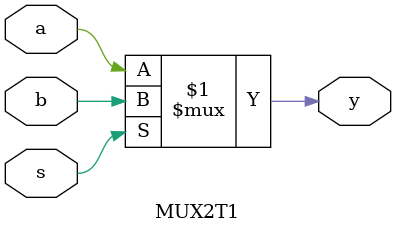
<source format=v>
module MUX2T1(
    input a,
    input b,
    input s,
    output y
);

assign y = (s)?b:a;
    
endmodule
</source>
